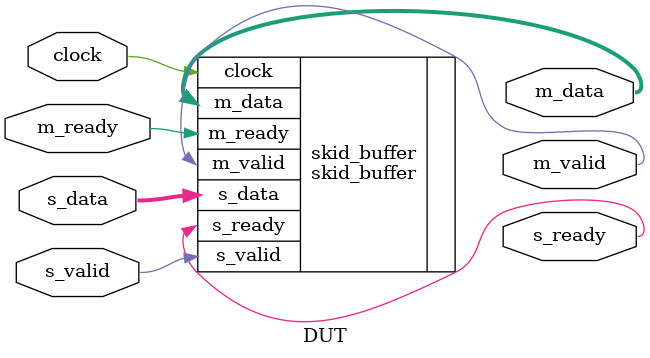
<source format=v>

`default_nettype none

module DUT
#(
    parameter WORD_WIDTH = 64
)
(
    input   wire                        clock,

    // Slave interface
    input   wire                        s_valid,
    output  wire                        s_ready,
    input   wire    [WORD_WIDTH-1:0]    s_data,

    // Master interface
    output  wire                        m_valid,
    input   wire                        m_ready,
    output  wire    [WORD_WIDTH-1:0]    m_data
);

    skid_buffer
    #(
        .WORD_WIDTH     (WORD_WIDTH)
    )
    skid_buffer
    (
        .clock          (clock),

        .s_valid        (s_valid),
        .s_ready        (s_ready),
        .s_data         (s_data),

        .m_valid        (m_valid),
        .m_ready        (m_ready),
        .m_data         (m_data)
    );

endmodule


</source>
